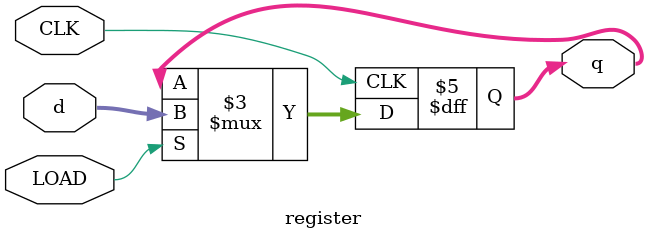
<source format=v>
module register(
     input wire CLK,
     input wire LOAD,
     input wire [31:0] d,
     output reg [31:0] q
);

    initial begin
        q = 32'b0;  // Initialize register value
    end

    always @(posedge CLK) begin
        if (LOAD)
            q <= d;
    end

endmodule
</source>
